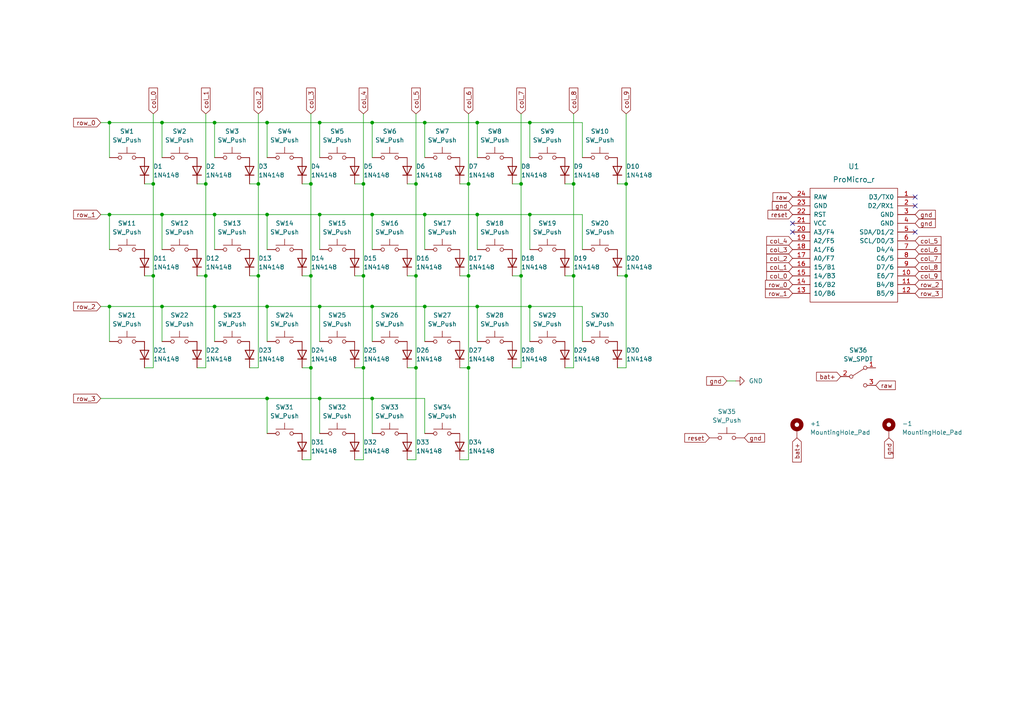
<source format=kicad_sch>
(kicad_sch (version 20210621) (generator eeschema)
  (paper "A4")
  (lib_symbols
    (symbol "Diode:1N4148" (pin_numbers hide) (pin_names (offset 1.016) hide)
      (property "Reference" "D" (at 0 2.54 0))
      (property "Value" "1N4148" (at 0 -2.54 0))
      (symbol "1N4148_0_1"
        (polyline (pts (xy -1.27 1.27) (xy -1.27 -1.27)) (stroke (width 0.254)))
        (polyline (pts (xy 1.27 0) (xy -1.27 0)))
        (polyline (pts (xy 1.27 1.27) (xy 1.27 -1.27) (xy -1.27 0) (xy 1.27 1.27)) (stroke (width 0.254)))
      )
      (symbol "1N4148_1_1"
        (pin passive line (at -3.81 0 0) (length 2.54) (name "K") (number "1"))
        (pin passive line (at 3.81 0 180) (length 2.54) (name "A") (number "2"))
      )
    )
    (symbol "Mechanical:MountingHole_Pad" (pin_numbers hide) (pin_names (offset 1.016) hide)
      (property "Reference" "H" (at 0 6.35 0))
      (property "Value" "MountingHole_Pad" (at 0 4.445 0))
      (symbol "MountingHole_Pad_0_1"
        (circle (center 0 1.27) (radius 1.27) (stroke (width 1.27)))
      )
      (symbol "MountingHole_Pad_1_1"
        (pin input line (at 0 -2.54 90) (length 2.54) (name "1") (number "1"))
      )
    )
    (symbol "Switch:SW_Push" (pin_numbers hide) (pin_names (offset 1.016) hide)
      (property "Reference" "SW" (at 1.27 2.54 0))
      (property "Value" "SW_Push" (at 0 -1.524 0))
      (symbol "SW_Push_0_1"
        (circle (center -2.032 0) (radius 0.508))
        (circle (center 2.032 0) (radius 0.508))
        (polyline (pts (xy 0 1.27) (xy 0 3.048)))
        (polyline (pts (xy 2.54 1.27) (xy -2.54 1.27)))
        (pin passive line (at -5.08 0 0) (length 2.54) (name "1") (number "1"))
        (pin passive line (at 5.08 0 180) (length 2.54) (name "2") (number "2"))
      )
    )
    (symbol "Switch:SW_SPDT" (pin_names (offset 0) hide)
      (property "Reference" "SW" (at 0 4.318 0))
      (property "Value" "SW_SPDT" (at 0 -5.08 0))
      (symbol "SW_SPDT_0_0"
        (circle (center -2.032 0) (radius 0.508))
        (circle (center 2.032 -2.54) (radius 0.508))
      )
      (symbol "SW_SPDT_0_1"
        (circle (center 2.032 2.54) (radius 0.508))
        (polyline (pts (xy -1.524 0.254) (xy 1.651 2.286)))
      )
      (symbol "SW_SPDT_1_1"
        (pin passive line (at 5.08 2.54 180) (length 2.54) (name "A") (number "1"))
        (pin passive line (at -5.08 0 0) (length 2.54) (name "B") (number "2"))
        (pin passive line (at 5.08 -2.54 180) (length 2.54) (name "C") (number "3"))
      )
    )
    (symbol "kbd:ProMicro_r" (pin_names (offset 1.016))
      (property "Reference" "U" (at 1.27 22.86 0))
      (property "Value" "ProMicro_r" (at 1.27 -15.24 0))
      (symbol "ProMicro_r_0_1"
        (rectangle (start 13.97 20.32) (end -11.43 -12.7))
      )
      (symbol "ProMicro_r_1_1"
        (pin bidirectional line (at 19.05 17.78 180) (length 5.08) (name "D3/TX0") (number "1"))
        (pin bidirectional line (at 19.05 -5.08 180) (length 5.08) (name "E6/7") (number "10"))
        (pin bidirectional line (at 19.05 -7.62 180) (length 5.08) (name "B4/8") (number "11"))
        (pin bidirectional line (at 19.05 -10.16 180) (length 5.08) (name "B5/9") (number "12"))
        (pin bidirectional line (at -16.51 -10.16 0) (length 5.08) (name "10/B6") (number "13"))
        (pin bidirectional line (at -16.51 -7.62 0) (length 5.08) (name "16/B2") (number "14"))
        (pin bidirectional line (at -16.51 -5.08 0) (length 5.08) (name "14/B3") (number "15"))
        (pin bidirectional line (at -16.51 -2.54 0) (length 5.08) (name "15/B1") (number "16"))
        (pin bidirectional line (at -16.51 0 0) (length 5.08) (name "A0/F7") (number "17"))
        (pin bidirectional line (at -16.51 2.54 0) (length 5.08) (name "A1/F6") (number "18"))
        (pin bidirectional line (at -16.51 5.08 0) (length 5.08) (name "A2/F5") (number "19"))
        (pin bidirectional line (at 19.05 15.24 180) (length 5.08) (name "D2/RX1") (number "2"))
        (pin bidirectional line (at -16.51 7.62 0) (length 5.08) (name "A3/F4") (number "20"))
        (pin power_in line (at -16.51 10.16 0) (length 5.08) (name "VCC") (number "21"))
        (pin input line (at -16.51 12.7 0) (length 5.08) (name "RST") (number "22"))
        (pin power_in line (at -16.51 15.24 0) (length 5.08) (name "GND") (number "23"))
        (pin power_out line (at -16.51 17.78 0) (length 5.08) (name "RAW") (number "24"))
        (pin power_in line (at 19.05 12.7 180) (length 5.08) (name "GND") (number "3"))
        (pin power_in line (at 19.05 10.16 180) (length 5.08) (name "GND") (number "4"))
        (pin bidirectional line (at 19.05 7.62 180) (length 5.08) (name "SDA/D1/2") (number "5"))
        (pin bidirectional line (at 19.05 5.08 180) (length 5.08) (name "SCL/D0/3") (number "6"))
        (pin bidirectional line (at 19.05 2.54 180) (length 5.08) (name "D4/4") (number "7"))
        (pin bidirectional line (at 19.05 0 180) (length 5.08) (name "C6/5") (number "8"))
        (pin bidirectional line (at 19.05 -2.54 180) (length 5.08) (name "D7/6") (number "9"))
      )
    )
    (symbol "power:GND" (power) (pin_names (offset 0))
      (property "Value" "GND" (at 0 -3.81 0))
      (symbol "GND_0_1"
        (polyline (pts (xy 0 0) (xy 0 -1.27) (xy 1.27 -1.27) (xy 0 -2.54) (xy -1.27 -1.27) (xy 0 -1.27)))
      )
      (symbol "GND_1_1"
        (pin power_in line (at 0 0 270) (length 0) hide (name "GND") (number "1"))
      )
    )
  )
  (junction (at 31.75 35.56))
  (junction (at 31.75 62.23))
  (junction (at 31.75 88.9))
  (junction (at 44.45 53.34))
  (junction (at 44.45 80.01))
  (junction (at 46.99 35.56))
  (junction (at 46.99 62.23))
  (junction (at 46.99 88.9))
  (junction (at 59.69 53.34))
  (junction (at 59.69 80.01))
  (junction (at 62.23 35.56))
  (junction (at 62.23 62.23))
  (junction (at 62.23 88.9))
  (junction (at 74.93 53.34))
  (junction (at 74.93 80.01))
  (junction (at 77.47 35.56))
  (junction (at 77.47 62.23))
  (junction (at 77.47 88.9))
  (junction (at 77.47 115.57))
  (junction (at 90.17 53.34))
  (junction (at 90.17 80.01))
  (junction (at 90.17 106.68))
  (junction (at 92.71 35.56))
  (junction (at 92.71 62.23))
  (junction (at 92.71 88.9))
  (junction (at 92.71 115.57))
  (junction (at 105.41 53.34))
  (junction (at 105.41 80.01))
  (junction (at 105.41 106.68))
  (junction (at 107.95 35.56))
  (junction (at 107.95 62.23))
  (junction (at 107.95 88.9))
  (junction (at 107.95 115.57))
  (junction (at 120.65 53.34))
  (junction (at 120.65 80.01))
  (junction (at 120.65 106.68))
  (junction (at 123.19 35.56))
  (junction (at 123.19 62.23))
  (junction (at 123.19 88.9))
  (junction (at 135.89 53.34))
  (junction (at 135.89 80.01))
  (junction (at 135.89 106.68))
  (junction (at 138.43 35.56))
  (junction (at 138.43 62.23))
  (junction (at 138.43 88.9))
  (junction (at 151.13 53.34))
  (junction (at 151.13 80.01))
  (junction (at 153.67 35.56))
  (junction (at 153.67 62.23))
  (junction (at 153.67 88.9))
  (junction (at 166.37 53.34))
  (junction (at 166.37 80.01))
  (junction (at 181.61 53.34))
  (junction (at 181.61 80.01))
  (no_connect (at 229.87 64.77))
  (no_connect (at 229.87 67.31))
  (no_connect (at 265.43 57.15))
  (no_connect (at 265.43 59.69))
  (no_connect (at 265.43 67.31))
  (wire (pts (xy 29.21 35.56) (xy 31.75 35.56)))
  (wire (pts (xy 29.21 62.23) (xy 31.75 62.23)))
  (wire (pts (xy 29.21 88.9) (xy 31.75 88.9)))
  (wire (pts (xy 29.21 115.57) (xy 77.47 115.57)))
  (wire (pts (xy 31.75 35.56) (xy 46.99 35.56)))
  (wire (pts (xy 31.75 45.72) (xy 31.75 35.56)))
  (wire (pts (xy 31.75 62.23) (xy 46.99 62.23)))
  (wire (pts (xy 31.75 72.39) (xy 31.75 62.23)))
  (wire (pts (xy 31.75 88.9) (xy 46.99 88.9)))
  (wire (pts (xy 31.75 99.06) (xy 31.75 88.9)))
  (wire (pts (xy 41.91 106.68) (xy 44.45 106.68)))
  (wire (pts (xy 44.45 33.02) (xy 44.45 53.34)))
  (wire (pts (xy 44.45 53.34) (xy 41.91 53.34)))
  (wire (pts (xy 44.45 80.01) (xy 41.91 80.01)))
  (wire (pts (xy 44.45 80.01) (xy 44.45 53.34)))
  (wire (pts (xy 44.45 106.68) (xy 44.45 80.01)))
  (wire (pts (xy 46.99 35.56) (xy 46.99 45.72)))
  (wire (pts (xy 46.99 35.56) (xy 62.23 35.56)))
  (wire (pts (xy 46.99 62.23) (xy 46.99 72.39)))
  (wire (pts (xy 46.99 62.23) (xy 62.23 62.23)))
  (wire (pts (xy 46.99 88.9) (xy 46.99 99.06)))
  (wire (pts (xy 46.99 88.9) (xy 62.23 88.9)))
  (wire (pts (xy 57.15 53.34) (xy 59.69 53.34)))
  (wire (pts (xy 59.69 33.02) (xy 59.69 53.34)))
  (wire (pts (xy 59.69 53.34) (xy 59.69 80.01)))
  (wire (pts (xy 59.69 80.01) (xy 57.15 80.01)))
  (wire (pts (xy 59.69 80.01) (xy 59.69 106.68)))
  (wire (pts (xy 59.69 106.68) (xy 57.15 106.68)))
  (wire (pts (xy 62.23 35.56) (xy 62.23 45.72)))
  (wire (pts (xy 62.23 35.56) (xy 77.47 35.56)))
  (wire (pts (xy 62.23 62.23) (xy 62.23 72.39)))
  (wire (pts (xy 62.23 62.23) (xy 77.47 62.23)))
  (wire (pts (xy 62.23 88.9) (xy 62.23 99.06)))
  (wire (pts (xy 62.23 88.9) (xy 77.47 88.9)))
  (wire (pts (xy 72.39 106.68) (xy 74.93 106.68)))
  (wire (pts (xy 74.93 33.02) (xy 74.93 53.34)))
  (wire (pts (xy 74.93 53.34) (xy 72.39 53.34)))
  (wire (pts (xy 74.93 80.01) (xy 72.39 80.01)))
  (wire (pts (xy 74.93 80.01) (xy 74.93 53.34)))
  (wire (pts (xy 74.93 106.68) (xy 74.93 80.01)))
  (wire (pts (xy 77.47 35.56) (xy 77.47 45.72)))
  (wire (pts (xy 77.47 35.56) (xy 92.71 35.56)))
  (wire (pts (xy 77.47 62.23) (xy 77.47 72.39)))
  (wire (pts (xy 77.47 62.23) (xy 92.71 62.23)))
  (wire (pts (xy 77.47 88.9) (xy 77.47 99.06)))
  (wire (pts (xy 77.47 88.9) (xy 92.71 88.9)))
  (wire (pts (xy 77.47 115.57) (xy 92.71 115.57)))
  (wire (pts (xy 77.47 125.73) (xy 77.47 115.57)))
  (wire (pts (xy 87.63 133.35) (xy 90.17 133.35)))
  (wire (pts (xy 90.17 33.02) (xy 90.17 53.34)))
  (wire (pts (xy 90.17 53.34) (xy 87.63 53.34)))
  (wire (pts (xy 90.17 80.01) (xy 87.63 80.01)))
  (wire (pts (xy 90.17 80.01) (xy 90.17 53.34)))
  (wire (pts (xy 90.17 106.68) (xy 87.63 106.68)))
  (wire (pts (xy 90.17 106.68) (xy 90.17 80.01)))
  (wire (pts (xy 90.17 133.35) (xy 90.17 106.68)))
  (wire (pts (xy 92.71 35.56) (xy 92.71 45.72)))
  (wire (pts (xy 92.71 35.56) (xy 107.95 35.56)))
  (wire (pts (xy 92.71 62.23) (xy 92.71 72.39)))
  (wire (pts (xy 92.71 62.23) (xy 107.95 62.23)))
  (wire (pts (xy 92.71 88.9) (xy 92.71 99.06)))
  (wire (pts (xy 92.71 88.9) (xy 107.95 88.9)))
  (wire (pts (xy 92.71 115.57) (xy 92.71 125.73)))
  (wire (pts (xy 92.71 115.57) (xy 107.95 115.57)))
  (wire (pts (xy 102.87 53.34) (xy 105.41 53.34)))
  (wire (pts (xy 105.41 33.02) (xy 105.41 53.34)))
  (wire (pts (xy 105.41 53.34) (xy 105.41 80.01)))
  (wire (pts (xy 105.41 80.01) (xy 102.87 80.01)))
  (wire (pts (xy 105.41 80.01) (xy 105.41 106.68)))
  (wire (pts (xy 105.41 106.68) (xy 102.87 106.68)))
  (wire (pts (xy 105.41 106.68) (xy 105.41 133.35)))
  (wire (pts (xy 105.41 133.35) (xy 102.87 133.35)))
  (wire (pts (xy 107.95 35.56) (xy 107.95 45.72)))
  (wire (pts (xy 107.95 35.56) (xy 123.19 35.56)))
  (wire (pts (xy 107.95 62.23) (xy 107.95 72.39)))
  (wire (pts (xy 107.95 62.23) (xy 123.19 62.23)))
  (wire (pts (xy 107.95 88.9) (xy 107.95 99.06)))
  (wire (pts (xy 107.95 88.9) (xy 123.19 88.9)))
  (wire (pts (xy 107.95 115.57) (xy 107.95 125.73)))
  (wire (pts (xy 107.95 115.57) (xy 123.19 115.57)))
  (wire (pts (xy 118.11 133.35) (xy 120.65 133.35)))
  (wire (pts (xy 120.65 33.02) (xy 120.65 53.34)))
  (wire (pts (xy 120.65 53.34) (xy 118.11 53.34)))
  (wire (pts (xy 120.65 80.01) (xy 118.11 80.01)))
  (wire (pts (xy 120.65 80.01) (xy 120.65 53.34)))
  (wire (pts (xy 120.65 106.68) (xy 118.11 106.68)))
  (wire (pts (xy 120.65 106.68) (xy 120.65 80.01)))
  (wire (pts (xy 120.65 133.35) (xy 120.65 106.68)))
  (wire (pts (xy 123.19 35.56) (xy 123.19 45.72)))
  (wire (pts (xy 123.19 35.56) (xy 138.43 35.56)))
  (wire (pts (xy 123.19 62.23) (xy 123.19 72.39)))
  (wire (pts (xy 123.19 62.23) (xy 138.43 62.23)))
  (wire (pts (xy 123.19 88.9) (xy 123.19 99.06)))
  (wire (pts (xy 123.19 88.9) (xy 138.43 88.9)))
  (wire (pts (xy 123.19 115.57) (xy 123.19 125.73)))
  (wire (pts (xy 133.35 53.34) (xy 135.89 53.34)))
  (wire (pts (xy 135.89 33.02) (xy 135.89 53.34)))
  (wire (pts (xy 135.89 53.34) (xy 135.89 80.01)))
  (wire (pts (xy 135.89 80.01) (xy 133.35 80.01)))
  (wire (pts (xy 135.89 80.01) (xy 135.89 106.68)))
  (wire (pts (xy 135.89 106.68) (xy 133.35 106.68)))
  (wire (pts (xy 135.89 106.68) (xy 135.89 133.35)))
  (wire (pts (xy 135.89 133.35) (xy 133.35 133.35)))
  (wire (pts (xy 138.43 35.56) (xy 138.43 45.72)))
  (wire (pts (xy 138.43 35.56) (xy 153.67 35.56)))
  (wire (pts (xy 138.43 62.23) (xy 138.43 72.39)))
  (wire (pts (xy 138.43 62.23) (xy 153.67 62.23)))
  (wire (pts (xy 138.43 88.9) (xy 138.43 99.06)))
  (wire (pts (xy 138.43 88.9) (xy 153.67 88.9)))
  (wire (pts (xy 148.59 53.34) (xy 151.13 53.34)))
  (wire (pts (xy 151.13 33.02) (xy 151.13 53.34)))
  (wire (pts (xy 151.13 53.34) (xy 151.13 80.01)))
  (wire (pts (xy 151.13 80.01) (xy 148.59 80.01)))
  (wire (pts (xy 151.13 80.01) (xy 151.13 106.68)))
  (wire (pts (xy 151.13 106.68) (xy 148.59 106.68)))
  (wire (pts (xy 153.67 35.56) (xy 153.67 45.72)))
  (wire (pts (xy 153.67 35.56) (xy 168.91 35.56)))
  (wire (pts (xy 153.67 62.23) (xy 153.67 72.39)))
  (wire (pts (xy 153.67 62.23) (xy 168.91 62.23)))
  (wire (pts (xy 153.67 88.9) (xy 153.67 99.06)))
  (wire (pts (xy 153.67 88.9) (xy 168.91 88.9)))
  (wire (pts (xy 163.83 53.34) (xy 166.37 53.34)))
  (wire (pts (xy 166.37 33.02) (xy 166.37 53.34)))
  (wire (pts (xy 166.37 53.34) (xy 166.37 80.01)))
  (wire (pts (xy 166.37 80.01) (xy 163.83 80.01)))
  (wire (pts (xy 166.37 80.01) (xy 166.37 106.68)))
  (wire (pts (xy 166.37 106.68) (xy 163.83 106.68)))
  (wire (pts (xy 168.91 35.56) (xy 168.91 45.72)))
  (wire (pts (xy 168.91 62.23) (xy 168.91 72.39)))
  (wire (pts (xy 168.91 88.9) (xy 168.91 99.06)))
  (wire (pts (xy 179.07 53.34) (xy 181.61 53.34)))
  (wire (pts (xy 181.61 33.02) (xy 181.61 53.34)))
  (wire (pts (xy 181.61 53.34) (xy 181.61 80.01)))
  (wire (pts (xy 181.61 80.01) (xy 179.07 80.01)))
  (wire (pts (xy 181.61 80.01) (xy 181.61 106.68)))
  (wire (pts (xy 181.61 106.68) (xy 179.07 106.68)))
  (wire (pts (xy 210.82 110.49) (xy 213.36 110.49)))
  (global_label "row_0" (shape input) (at 29.21 35.56 180) (property "Intersheet References" "${INTERSHEET_REFS}" (effects hide)))
  (global_label "row_1" (shape input) (at 29.21 62.23 180) (property "Intersheet References" "${INTERSHEET_REFS}" (effects hide)))
  (global_label "row_2" (shape input) (at 29.21 88.9 180) (property "Intersheet References" "${INTERSHEET_REFS}" (effects hide)))
  (global_label "row_3" (shape input) (at 29.21 115.57 180) (property "Intersheet References" "${INTERSHEET_REFS}" (effects hide)))
  (global_label "col_0" (shape input) (at 44.45 33.02 90) (property "Intersheet References" "${INTERSHEET_REFS}" (effects hide)))
  (global_label "col_1" (shape input) (at 59.69 33.02 90) (property "Intersheet References" "${INTERSHEET_REFS}" (effects hide)))
  (global_label "col_2" (shape input) (at 74.93 33.02 90) (property "Intersheet References" "${INTERSHEET_REFS}" (effects hide)))
  (global_label "col_3" (shape input) (at 90.17 33.02 90) (property "Intersheet References" "${INTERSHEET_REFS}" (effects hide)))
  (global_label "col_4" (shape input) (at 105.41 33.02 90) (property "Intersheet References" "${INTERSHEET_REFS}" (effects hide)))
  (global_label "col_5" (shape input) (at 120.65 33.02 90) (property "Intersheet References" "${INTERSHEET_REFS}" (effects hide)))
  (global_label "col_6" (shape input) (at 135.89 33.02 90) (property "Intersheet References" "${INTERSHEET_REFS}" (effects hide)))
  (global_label "col_7" (shape input) (at 151.13 33.02 90) (property "Intersheet References" "${INTERSHEET_REFS}" (effects hide)))
  (global_label "col_8" (shape input) (at 166.37 33.02 90) (property "Intersheet References" "${INTERSHEET_REFS}" (effects hide)))
  (global_label "col_9" (shape input) (at 181.61 33.02 90) (property "Intersheet References" "${INTERSHEET_REFS}" (effects hide)))
  (global_label "reset" (shape input) (at 205.74 127 180) (property "Intersheet References" "${INTERSHEET_REFS}" (effects hide)))
  (global_label "gnd" (shape input) (at 210.82 110.49 180) (property "Intersheet References" "${INTERSHEET_REFS}" (effects hide)))
  (global_label "gnd" (shape input) (at 215.9 127 0) (property "Intersheet References" "${INTERSHEET_REFS}" (effects hide)))
  (global_label "raw" (shape input) (at 229.87 57.15 180) (property "Intersheet References" "${INTERSHEET_REFS}" (effects hide)))
  (global_label "gnd" (shape input) (at 229.87 59.69 180) (property "Intersheet References" "${INTERSHEET_REFS}" (effects hide)))
  (global_label "reset" (shape input) (at 229.87 62.23 180) (property "Intersheet References" "${INTERSHEET_REFS}" (effects hide)))
  (global_label "col_4" (shape input) (at 229.87 69.85 180) (property "Intersheet References" "${INTERSHEET_REFS}" (effects hide)))
  (global_label "col_3" (shape input) (at 229.87 72.39 180) (property "Intersheet References" "${INTERSHEET_REFS}" (effects hide)))
  (global_label "col_2" (shape input) (at 229.87 74.93 180) (property "Intersheet References" "${INTERSHEET_REFS}" (effects hide)))
  (global_label "col_1" (shape input) (at 229.87 77.47 180) (property "Intersheet References" "${INTERSHEET_REFS}" (effects hide)))
  (global_label "col_0" (shape input) (at 229.87 80.01 180) (property "Intersheet References" "${INTERSHEET_REFS}" (effects hide)))
  (global_label "row_0" (shape input) (at 229.87 82.55 180) (property "Intersheet References" "${INTERSHEET_REFS}" (effects hide)))
  (global_label "row_1" (shape input) (at 229.87 85.09 180) (property "Intersheet References" "${INTERSHEET_REFS}" (effects hide)))
  (global_label "bat+" (shape input) (at 231.14 127 270) (property "Intersheet References" "${INTERSHEET_REFS}" (effects hide)))
  (global_label "bat+" (shape input) (at 243.84 109.22 180) (property "Intersheet References" "${INTERSHEET_REFS}" (effects hide)))
  (global_label "raw" (shape input) (at 254 111.76 0) (property "Intersheet References" "${INTERSHEET_REFS}" (effects hide)))
  (global_label "gnd" (shape input) (at 257.81 127 270) (property "Intersheet References" "${INTERSHEET_REFS}" (effects hide)))
  (global_label "gnd" (shape input) (at 265.43 62.23 0) (property "Intersheet References" "${INTERSHEET_REFS}" (effects hide)))
  (global_label "gnd" (shape input) (at 265.43 64.77 0) (property "Intersheet References" "${INTERSHEET_REFS}" (effects hide)))
  (global_label "col_5" (shape input) (at 265.43 69.85 0) (property "Intersheet References" "${INTERSHEET_REFS}" (effects hide)))
  (global_label "col_6" (shape input) (at 265.43 72.39 0) (property "Intersheet References" "${INTERSHEET_REFS}" (effects hide)))
  (global_label "col_7" (shape input) (at 265.43 74.93 0) (property "Intersheet References" "${INTERSHEET_REFS}" (effects hide)))
  (global_label "col_8" (shape input) (at 265.43 77.47 0) (property "Intersheet References" "${INTERSHEET_REFS}" (effects hide)))
  (global_label "col_9" (shape input) (at 265.43 80.01 0) (property "Intersheet References" "${INTERSHEET_REFS}" (effects hide)))
  (global_label "row_2" (shape input) (at 265.43 82.55 0) (property "Intersheet References" "${INTERSHEET_REFS}" (effects hide)))
  (global_label "row_3" (shape input) (at 265.43 85.09 0) (property "Intersheet References" "${INTERSHEET_REFS}" (effects hide)))
  (symbol (lib_id "power:GND") (at 213.36 110.49 90) (unit 1)
    (property "Reference" "#PWR0101" (effects hide))
    (property "Value" "GND" (at 217.17 110.4899 90) (effects (justify right)))
  )
  (symbol (lib_id "Diode:1N4148") (at 41.91 49.53 90) (unit 1)
    (property "Reference" "D1" (at 44.45 48.2599 90) (effects (justify right)))
    (property "Value" "1N4148" (at 44.45 50.7999 90) (effects (justify right)))
    (property "Footprint" "Diode_SMD:D_SOD-123" (effects hide))
    (property "Datasheet" "https://assets.nexperia.com/documents/data-sheet/1N4148_1N4448.pdf" (effects hide))
  )
  (symbol (lib_id "Diode:1N4148") (at 41.91 76.2 90) (unit 1)
    (property "Reference" "D11" (at 44.45 74.9299 90) (effects (justify right)))
    (property "Value" "1N4148" (at 44.45 77.4699 90) (effects (justify right)))
    (property "Footprint" "Diode_SMD:D_SOD-123" (effects hide))
    (property "Datasheet" "https://assets.nexperia.com/documents/data-sheet/1N4148_1N4448.pdf" (effects hide))
  )
  (symbol (lib_id "Diode:1N4148") (at 41.91 102.87 90) (unit 1)
    (property "Reference" "D21" (at 44.45 101.5999 90) (effects (justify right)))
    (property "Value" "1N4148" (at 44.45 104.1399 90) (effects (justify right)))
    (property "Footprint" "Diode_SMD:D_SOD-123" (effects hide))
    (property "Datasheet" "https://assets.nexperia.com/documents/data-sheet/1N4148_1N4448.pdf" (effects hide))
  )
  (symbol (lib_id "Diode:1N4148") (at 57.15 49.53 90) (unit 1)
    (property "Reference" "D2" (at 59.69 48.2599 90) (effects (justify right)))
    (property "Value" "1N4148" (at 59.69 50.7999 90) (effects (justify right)))
    (property "Footprint" "Diode_SMD:D_SOD-123" (effects hide))
    (property "Datasheet" "https://assets.nexperia.com/documents/data-sheet/1N4148_1N4448.pdf" (effects hide))
  )
  (symbol (lib_id "Diode:1N4148") (at 57.15 76.2 90) (unit 1)
    (property "Reference" "D12" (at 59.69 74.9299 90) (effects (justify right)))
    (property "Value" "1N4148" (at 59.69 77.4699 90) (effects (justify right)))
    (property "Footprint" "Diode_SMD:D_SOD-123" (effects hide))
    (property "Datasheet" "https://assets.nexperia.com/documents/data-sheet/1N4148_1N4448.pdf" (effects hide))
  )
  (symbol (lib_id "Diode:1N4148") (at 57.15 102.87 90) (unit 1)
    (property "Reference" "D22" (at 59.69 101.5999 90) (effects (justify right)))
    (property "Value" "1N4148" (at 59.69 104.1399 90) (effects (justify right)))
    (property "Footprint" "Diode_SMD:D_SOD-123" (effects hide))
    (property "Datasheet" "https://assets.nexperia.com/documents/data-sheet/1N4148_1N4448.pdf" (effects hide))
  )
  (symbol (lib_id "Diode:1N4148") (at 72.39 49.53 90) (unit 1)
    (property "Reference" "D3" (at 74.93 48.2599 90) (effects (justify right)))
    (property "Value" "1N4148" (at 74.93 50.7999 90) (effects (justify right)))
    (property "Footprint" "Diode_SMD:D_SOD-123" (effects hide))
    (property "Datasheet" "https://assets.nexperia.com/documents/data-sheet/1N4148_1N4448.pdf" (effects hide))
  )
  (symbol (lib_id "Diode:1N4148") (at 72.39 76.2 90) (unit 1)
    (property "Reference" "D13" (at 74.93 74.9299 90) (effects (justify right)))
    (property "Value" "1N4148" (at 74.93 77.4699 90) (effects (justify right)))
    (property "Footprint" "Diode_SMD:D_SOD-123" (effects hide))
    (property "Datasheet" "https://assets.nexperia.com/documents/data-sheet/1N4148_1N4448.pdf" (effects hide))
  )
  (symbol (lib_id "Diode:1N4148") (at 72.39 102.87 90) (unit 1)
    (property "Reference" "D23" (at 74.93 101.5999 90) (effects (justify right)))
    (property "Value" "1N4148" (at 74.93 104.1399 90) (effects (justify right)))
    (property "Footprint" "Diode_SMD:D_SOD-123" (effects hide))
    (property "Datasheet" "https://assets.nexperia.com/documents/data-sheet/1N4148_1N4448.pdf" (effects hide))
  )
  (symbol (lib_id "Diode:1N4148") (at 87.63 49.53 90) (unit 1)
    (property "Reference" "D4" (at 90.17 48.2599 90) (effects (justify right)))
    (property "Value" "1N4148" (at 90.17 50.7999 90) (effects (justify right)))
    (property "Footprint" "Diode_SMD:D_SOD-123" (effects hide))
    (property "Datasheet" "https://assets.nexperia.com/documents/data-sheet/1N4148_1N4448.pdf" (effects hide))
  )
  (symbol (lib_id "Diode:1N4148") (at 87.63 76.2 90) (unit 1)
    (property "Reference" "D14" (at 90.17 74.9299 90) (effects (justify right)))
    (property "Value" "1N4148" (at 90.17 77.4699 90) (effects (justify right)))
    (property "Footprint" "Diode_SMD:D_SOD-123" (effects hide))
    (property "Datasheet" "https://assets.nexperia.com/documents/data-sheet/1N4148_1N4448.pdf" (effects hide))
  )
  (symbol (lib_id "Diode:1N4148") (at 87.63 102.87 90) (unit 1)
    (property "Reference" "D24" (at 90.17 101.5999 90) (effects (justify right)))
    (property "Value" "1N4148" (at 90.17 104.1399 90) (effects (justify right)))
    (property "Footprint" "Diode_SMD:D_SOD-123" (effects hide))
    (property "Datasheet" "https://assets.nexperia.com/documents/data-sheet/1N4148_1N4448.pdf" (effects hide))
  )
  (symbol (lib_id "Diode:1N4148") (at 87.63 129.54 90) (unit 1)
    (property "Reference" "D31" (at 90.17 128.2699 90) (effects (justify right)))
    (property "Value" "1N4148" (at 90.17 130.8099 90) (effects (justify right)))
    (property "Footprint" "Diode_SMD:D_SOD-123" (effects hide))
    (property "Datasheet" "https://assets.nexperia.com/documents/data-sheet/1N4148_1N4448.pdf" (effects hide))
  )
  (symbol (lib_id "Diode:1N4148") (at 102.87 49.53 90) (unit 1)
    (property "Reference" "D5" (at 105.41 48.2599 90) (effects (justify right)))
    (property "Value" "1N4148" (at 105.41 50.7999 90) (effects (justify right)))
    (property "Footprint" "Diode_SMD:D_SOD-123" (effects hide))
    (property "Datasheet" "https://assets.nexperia.com/documents/data-sheet/1N4148_1N4448.pdf" (effects hide))
  )
  (symbol (lib_id "Diode:1N4148") (at 102.87 76.2 90) (unit 1)
    (property "Reference" "D15" (at 105.41 74.9299 90) (effects (justify right)))
    (property "Value" "1N4148" (at 105.41 77.4699 90) (effects (justify right)))
    (property "Footprint" "Diode_SMD:D_SOD-123" (effects hide))
    (property "Datasheet" "https://assets.nexperia.com/documents/data-sheet/1N4148_1N4448.pdf" (effects hide))
  )
  (symbol (lib_id "Diode:1N4148") (at 102.87 102.87 90) (unit 1)
    (property "Reference" "D25" (at 105.41 101.5999 90) (effects (justify right)))
    (property "Value" "1N4148" (at 105.41 104.1399 90) (effects (justify right)))
    (property "Footprint" "Diode_SMD:D_SOD-123" (effects hide))
    (property "Datasheet" "https://assets.nexperia.com/documents/data-sheet/1N4148_1N4448.pdf" (effects hide))
  )
  (symbol (lib_id "Diode:1N4148") (at 102.87 129.54 90) (unit 1)
    (property "Reference" "D32" (at 105.41 128.2699 90) (effects (justify right)))
    (property "Value" "1N4148" (at 105.41 130.8099 90) (effects (justify right)))
    (property "Footprint" "Diode_SMD:D_SOD-123" (effects hide))
    (property "Datasheet" "https://assets.nexperia.com/documents/data-sheet/1N4148_1N4448.pdf" (effects hide))
  )
  (symbol (lib_id "Diode:1N4148") (at 118.11 49.53 90) (unit 1)
    (property "Reference" "D6" (at 120.65 48.2599 90) (effects (justify right)))
    (property "Value" "1N4148" (at 120.65 50.7999 90) (effects (justify right)))
    (property "Footprint" "Diode_SMD:D_SOD-123" (effects hide))
    (property "Datasheet" "https://assets.nexperia.com/documents/data-sheet/1N4148_1N4448.pdf" (effects hide))
  )
  (symbol (lib_id "Diode:1N4148") (at 118.11 76.2 90) (unit 1)
    (property "Reference" "D16" (at 120.65 74.9299 90) (effects (justify right)))
    (property "Value" "1N4148" (at 120.65 77.4699 90) (effects (justify right)))
    (property "Footprint" "Diode_SMD:D_SOD-123" (effects hide))
    (property "Datasheet" "https://assets.nexperia.com/documents/data-sheet/1N4148_1N4448.pdf" (effects hide))
  )
  (symbol (lib_id "Diode:1N4148") (at 118.11 102.87 90) (unit 1)
    (property "Reference" "D26" (at 120.65 101.5999 90) (effects (justify right)))
    (property "Value" "1N4148" (at 120.65 104.1399 90) (effects (justify right)))
    (property "Footprint" "Diode_SMD:D_SOD-123" (effects hide))
    (property "Datasheet" "https://assets.nexperia.com/documents/data-sheet/1N4148_1N4448.pdf" (effects hide))
  )
  (symbol (lib_id "Diode:1N4148") (at 118.11 129.54 90) (unit 1)
    (property "Reference" "D33" (at 120.65 128.2699 90) (effects (justify right)))
    (property "Value" "1N4148" (at 120.65 130.8099 90) (effects (justify right)))
    (property "Footprint" "Diode_SMD:D_SOD-123" (effects hide))
    (property "Datasheet" "https://assets.nexperia.com/documents/data-sheet/1N4148_1N4448.pdf" (effects hide))
  )
  (symbol (lib_id "Diode:1N4148") (at 133.35 49.53 90) (unit 1)
    (property "Reference" "D7" (at 135.89 48.2599 90) (effects (justify right)))
    (property "Value" "1N4148" (at 135.89 50.7999 90) (effects (justify right)))
    (property "Footprint" "Diode_SMD:D_SOD-123" (effects hide))
    (property "Datasheet" "https://assets.nexperia.com/documents/data-sheet/1N4148_1N4448.pdf" (effects hide))
  )
  (symbol (lib_id "Diode:1N4148") (at 133.35 76.2 90) (unit 1)
    (property "Reference" "D17" (at 135.89 74.9299 90) (effects (justify right)))
    (property "Value" "1N4148" (at 135.89 77.4699 90) (effects (justify right)))
    (property "Footprint" "Diode_SMD:D_SOD-123" (effects hide))
    (property "Datasheet" "https://assets.nexperia.com/documents/data-sheet/1N4148_1N4448.pdf" (effects hide))
  )
  (symbol (lib_id "Diode:1N4148") (at 133.35 102.87 90) (unit 1)
    (property "Reference" "D27" (at 135.89 101.5999 90) (effects (justify right)))
    (property "Value" "1N4148" (at 135.89 104.1399 90) (effects (justify right)))
    (property "Footprint" "Diode_SMD:D_SOD-123" (effects hide))
    (property "Datasheet" "https://assets.nexperia.com/documents/data-sheet/1N4148_1N4448.pdf" (effects hide))
  )
  (symbol (lib_id "Diode:1N4148") (at 133.35 129.54 90) (unit 1)
    (property "Reference" "D34" (at 135.89 128.2699 90) (effects (justify right)))
    (property "Value" "1N4148" (at 135.89 130.8099 90) (effects (justify right)))
    (property "Footprint" "Diode_SMD:D_SOD-123" (effects hide))
    (property "Datasheet" "https://assets.nexperia.com/documents/data-sheet/1N4148_1N4448.pdf" (effects hide))
  )
  (symbol (lib_id "Diode:1N4148") (at 148.59 49.53 90) (unit 1)
    (property "Reference" "D8" (at 151.13 48.2599 90) (effects (justify right)))
    (property "Value" "1N4148" (at 151.13 50.7999 90) (effects (justify right)))
    (property "Footprint" "Diode_SMD:D_SOD-123" (effects hide))
    (property "Datasheet" "https://assets.nexperia.com/documents/data-sheet/1N4148_1N4448.pdf" (effects hide))
  )
  (symbol (lib_id "Diode:1N4148") (at 148.59 76.2 90) (unit 1)
    (property "Reference" "D18" (at 151.13 74.9299 90) (effects (justify right)))
    (property "Value" "1N4148" (at 151.13 77.4699 90) (effects (justify right)))
    (property "Footprint" "Diode_SMD:D_SOD-123" (effects hide))
    (property "Datasheet" "https://assets.nexperia.com/documents/data-sheet/1N4148_1N4448.pdf" (effects hide))
  )
  (symbol (lib_id "Diode:1N4148") (at 148.59 102.87 90) (unit 1)
    (property "Reference" "D28" (at 151.13 101.5999 90) (effects (justify right)))
    (property "Value" "1N4148" (at 151.13 104.1399 90) (effects (justify right)))
    (property "Footprint" "Diode_SMD:D_SOD-123" (effects hide))
    (property "Datasheet" "https://assets.nexperia.com/documents/data-sheet/1N4148_1N4448.pdf" (effects hide))
  )
  (symbol (lib_id "Diode:1N4148") (at 163.83 49.53 90) (unit 1)
    (property "Reference" "D9" (at 166.37 48.2599 90) (effects (justify right)))
    (property "Value" "1N4148" (at 166.37 50.7999 90) (effects (justify right)))
    (property "Footprint" "Diode_SMD:D_SOD-123" (effects hide))
    (property "Datasheet" "https://assets.nexperia.com/documents/data-sheet/1N4148_1N4448.pdf" (effects hide))
  )
  (symbol (lib_id "Diode:1N4148") (at 163.83 76.2 90) (unit 1)
    (property "Reference" "D19" (at 166.37 74.9299 90) (effects (justify right)))
    (property "Value" "1N4148" (at 166.37 77.4699 90) (effects (justify right)))
    (property "Footprint" "Diode_SMD:D_SOD-123" (effects hide))
    (property "Datasheet" "https://assets.nexperia.com/documents/data-sheet/1N4148_1N4448.pdf" (effects hide))
  )
  (symbol (lib_id "Diode:1N4148") (at 163.83 102.87 90) (unit 1)
    (property "Reference" "D29" (at 166.37 101.5999 90) (effects (justify right)))
    (property "Value" "1N4148" (at 166.37 104.1399 90) (effects (justify right)))
    (property "Footprint" "Diode_SMD:D_SOD-123" (effects hide))
    (property "Datasheet" "https://assets.nexperia.com/documents/data-sheet/1N4148_1N4448.pdf" (effects hide))
  )
  (symbol (lib_id "Diode:1N4148") (at 179.07 49.53 90) (unit 1)
    (property "Reference" "D10" (at 181.61 48.2599 90) (effects (justify right)))
    (property "Value" "1N4148" (at 181.61 50.7999 90) (effects (justify right)))
    (property "Footprint" "Diode_SMD:D_SOD-123" (effects hide))
    (property "Datasheet" "https://assets.nexperia.com/documents/data-sheet/1N4148_1N4448.pdf" (effects hide))
  )
  (symbol (lib_id "Diode:1N4148") (at 179.07 76.2 90) (unit 1)
    (property "Reference" "D20" (at 181.61 74.9299 90) (effects (justify right)))
    (property "Value" "1N4148" (at 181.61 77.4699 90) (effects (justify right)))
    (property "Footprint" "Diode_SMD:D_SOD-123" (effects hide))
    (property "Datasheet" "https://assets.nexperia.com/documents/data-sheet/1N4148_1N4448.pdf" (effects hide))
  )
  (symbol (lib_id "Diode:1N4148") (at 179.07 102.87 90) (unit 1)
    (property "Reference" "D30" (at 181.61 101.5999 90) (effects (justify right)))
    (property "Value" "1N4148" (at 181.61 104.1399 90) (effects (justify right)))
    (property "Footprint" "Diode_SMD:D_SOD-123" (effects hide))
    (property "Datasheet" "https://assets.nexperia.com/documents/data-sheet/1N4148_1N4448.pdf" (effects hide))
  )
  (symbol (lib_id "Mechanical:MountingHole_Pad") (at 231.14 124.46 0) (unit 1)
    (property "Reference" "+1" (at 234.95 122.8724 0) (effects (justify left)))
    (property "Value" "MountingHole_Pad" (at 234.95 125.4124 0) (effects (justify left)))
    (property "Footprint" "kbd:1pin_conn" (effects hide))
  )
  (symbol (lib_id "Mechanical:MountingHole_Pad") (at 257.81 124.46 0) (unit 1)
    (property "Reference" "-1" (at 261.62 122.8724 0) (effects (justify left)))
    (property "Value" "MountingHole_Pad" (at 261.62 125.4124 0) (effects (justify left)))
    (property "Footprint" "kbd:1pin_conn" (effects hide))
  )
  (symbol (lib_id "Switch:SW_Push") (at 36.83 45.72 0) (unit 1)
    (property "Reference" "SW1" (at 36.83 38.1 0))
    (property "Value" "SW_Push" (at 36.83 40.64 0))
    (property "Footprint" "keyswitches:Kailh_socket_PG1350_optional" (effects hide))
  )
  (symbol (lib_id "Switch:SW_Push") (at 36.83 72.39 0) (unit 1)
    (property "Reference" "SW11" (at 36.83 64.77 0))
    (property "Value" "SW_Push" (at 36.83 67.31 0))
    (property "Footprint" "keyswitches:Kailh_socket_PG1350_optional" (effects hide))
  )
  (symbol (lib_id "Switch:SW_Push") (at 36.83 99.06 0) (unit 1)
    (property "Reference" "SW21" (at 36.83 91.44 0))
    (property "Value" "SW_Push" (at 36.83 93.98 0))
    (property "Footprint" "keyswitches:Kailh_socket_PG1350_optional" (effects hide))
  )
  (symbol (lib_id "Switch:SW_Push") (at 52.07 45.72 0) (unit 1)
    (property "Reference" "SW2" (at 52.07 38.1 0))
    (property "Value" "SW_Push" (at 52.07 40.64 0))
    (property "Footprint" "keyswitches:Kailh_socket_PG1350_optional" (effects hide))
  )
  (symbol (lib_id "Switch:SW_Push") (at 52.07 72.39 0) (unit 1)
    (property "Reference" "SW12" (at 52.07 64.77 0))
    (property "Value" "SW_Push" (at 52.07 67.31 0))
    (property "Footprint" "keyswitches:Kailh_socket_PG1350_optional" (effects hide))
  )
  (symbol (lib_id "Switch:SW_Push") (at 52.07 99.06 0) (unit 1)
    (property "Reference" "SW22" (at 52.07 91.44 0))
    (property "Value" "SW_Push" (at 52.07 93.98 0))
    (property "Footprint" "keyswitches:Kailh_socket_PG1350_optional" (effects hide))
  )
  (symbol (lib_id "Switch:SW_Push") (at 67.31 45.72 0) (unit 1)
    (property "Reference" "SW3" (at 67.31 38.1 0))
    (property "Value" "SW_Push" (at 67.31 40.64 0))
    (property "Footprint" "keyswitches:Kailh_socket_PG1350_optional" (effects hide))
  )
  (symbol (lib_id "Switch:SW_Push") (at 67.31 72.39 0) (unit 1)
    (property "Reference" "SW13" (at 67.31 64.77 0))
    (property "Value" "SW_Push" (at 67.31 67.31 0))
    (property "Footprint" "keyswitches:Kailh_socket_PG1350_optional" (effects hide))
  )
  (symbol (lib_id "Switch:SW_Push") (at 67.31 99.06 0) (unit 1)
    (property "Reference" "SW23" (at 67.31 91.44 0))
    (property "Value" "SW_Push" (at 67.31 93.98 0))
    (property "Footprint" "keyswitches:Kailh_socket_PG1350_optional" (effects hide))
  )
  (symbol (lib_id "Switch:SW_Push") (at 82.55 45.72 0) (unit 1)
    (property "Reference" "SW4" (at 82.55 38.1 0))
    (property "Value" "SW_Push" (at 82.55 40.64 0))
    (property "Footprint" "keyswitches:Kailh_socket_PG1350_optional" (effects hide))
  )
  (symbol (lib_id "Switch:SW_Push") (at 82.55 72.39 0) (unit 1)
    (property "Reference" "SW14" (at 82.55 64.77 0))
    (property "Value" "SW_Push" (at 82.55 67.31 0))
    (property "Footprint" "keyswitches:Kailh_socket_PG1350_optional" (effects hide))
  )
  (symbol (lib_id "Switch:SW_Push") (at 82.55 99.06 0) (unit 1)
    (property "Reference" "SW24" (at 82.55 91.44 0))
    (property "Value" "SW_Push" (at 82.55 93.98 0))
    (property "Footprint" "keyswitches:Kailh_socket_PG1350_optional" (effects hide))
  )
  (symbol (lib_id "Switch:SW_Push") (at 82.55 125.73 0) (unit 1)
    (property "Reference" "SW31" (at 82.55 118.11 0))
    (property "Value" "SW_Push" (at 82.55 120.65 0))
    (property "Footprint" "keyswitches:Kailh_socket_PG1350_optional" (effects hide))
  )
  (symbol (lib_id "Switch:SW_Push") (at 97.79 45.72 0) (unit 1)
    (property "Reference" "SW5" (at 97.79 38.1 0))
    (property "Value" "SW_Push" (at 97.79 40.64 0))
    (property "Footprint" "keyswitches:Kailh_socket_PG1350_optional" (effects hide))
  )
  (symbol (lib_id "Switch:SW_Push") (at 97.79 72.39 0) (unit 1)
    (property "Reference" "SW15" (at 97.79 64.77 0))
    (property "Value" "SW_Push" (at 97.79 67.31 0))
    (property "Footprint" "keyswitches:Kailh_socket_PG1350_optional" (effects hide))
  )
  (symbol (lib_id "Switch:SW_Push") (at 97.79 99.06 0) (unit 1)
    (property "Reference" "SW25" (at 97.79 91.44 0))
    (property "Value" "SW_Push" (at 97.79 93.98 0))
    (property "Footprint" "keyswitches:Kailh_socket_PG1350_optional" (effects hide))
  )
  (symbol (lib_id "Switch:SW_Push") (at 97.79 125.73 0) (unit 1)
    (property "Reference" "SW32" (at 97.79 118.11 0))
    (property "Value" "SW_Push" (at 97.79 120.65 0))
    (property "Footprint" "keyswitches:Kailh_socket_PG1350_optional" (effects hide))
  )
  (symbol (lib_id "Switch:SW_Push") (at 113.03 45.72 0) (unit 1)
    (property "Reference" "SW6" (at 113.03 38.1 0))
    (property "Value" "SW_Push" (at 113.03 40.64 0))
    (property "Footprint" "keyswitches:Kailh_socket_PG1350_optional" (effects hide))
  )
  (symbol (lib_id "Switch:SW_Push") (at 113.03 72.39 0) (unit 1)
    (property "Reference" "SW16" (at 113.03 64.77 0))
    (property "Value" "SW_Push" (at 113.03 67.31 0))
    (property "Footprint" "keyswitches:Kailh_socket_PG1350_optional" (effects hide))
  )
  (symbol (lib_id "Switch:SW_Push") (at 113.03 99.06 0) (unit 1)
    (property "Reference" "SW26" (at 113.03 91.44 0))
    (property "Value" "SW_Push" (at 113.03 93.98 0))
    (property "Footprint" "keyswitches:Kailh_socket_PG1350_optional" (effects hide))
  )
  (symbol (lib_id "Switch:SW_Push") (at 113.03 125.73 0) (unit 1)
    (property "Reference" "SW33" (at 113.03 118.11 0))
    (property "Value" "SW_Push" (at 113.03 120.65 0))
    (property "Footprint" "keyswitches:Kailh_socket_PG1350_optional" (effects hide))
  )
  (symbol (lib_id "Switch:SW_Push") (at 128.27 45.72 0) (unit 1)
    (property "Reference" "SW7" (at 128.27 38.1 0))
    (property "Value" "SW_Push" (at 128.27 40.64 0))
    (property "Footprint" "keyswitches:Kailh_socket_PG1350_optional" (effects hide))
  )
  (symbol (lib_id "Switch:SW_Push") (at 128.27 72.39 0) (unit 1)
    (property "Reference" "SW17" (at 128.27 64.77 0))
    (property "Value" "SW_Push" (at 128.27 67.31 0))
    (property "Footprint" "keyswitches:Kailh_socket_PG1350_optional" (effects hide))
  )
  (symbol (lib_id "Switch:SW_Push") (at 128.27 99.06 0) (unit 1)
    (property "Reference" "SW27" (at 128.27 91.44 0))
    (property "Value" "SW_Push" (at 128.27 93.98 0))
    (property "Footprint" "keyswitches:Kailh_socket_PG1350_optional" (effects hide))
  )
  (symbol (lib_id "Switch:SW_Push") (at 128.27 125.73 0) (unit 1)
    (property "Reference" "SW34" (at 128.27 118.11 0))
    (property "Value" "SW_Push" (at 128.27 120.65 0))
    (property "Footprint" "keyswitches:Kailh_socket_PG1350_optional" (effects hide))
  )
  (symbol (lib_id "Switch:SW_Push") (at 143.51 45.72 0) (unit 1)
    (property "Reference" "SW8" (at 143.51 38.1 0))
    (property "Value" "SW_Push" (at 143.51 40.64 0))
    (property "Footprint" "keyswitches:Kailh_socket_PG1350_optional" (effects hide))
  )
  (symbol (lib_id "Switch:SW_Push") (at 143.51 72.39 0) (unit 1)
    (property "Reference" "SW18" (at 143.51 64.77 0))
    (property "Value" "SW_Push" (at 143.51 67.31 0))
    (property "Footprint" "keyswitches:Kailh_socket_PG1350_optional" (effects hide))
  )
  (symbol (lib_id "Switch:SW_Push") (at 143.51 99.06 0) (unit 1)
    (property "Reference" "SW28" (at 143.51 91.44 0))
    (property "Value" "SW_Push" (at 143.51 93.98 0))
    (property "Footprint" "keyswitches:Kailh_socket_PG1350_optional" (effects hide))
  )
  (symbol (lib_id "Switch:SW_Push") (at 158.75 45.72 0) (unit 1)
    (property "Reference" "SW9" (at 158.75 38.1 0))
    (property "Value" "SW_Push" (at 158.75 40.64 0))
    (property "Footprint" "keyswitches:Kailh_socket_PG1350_optional" (effects hide))
  )
  (symbol (lib_id "Switch:SW_Push") (at 158.75 72.39 0) (unit 1)
    (property "Reference" "SW19" (at 158.75 64.77 0))
    (property "Value" "SW_Push" (at 158.75 67.31 0))
    (property "Footprint" "keyswitches:Kailh_socket_PG1350_optional" (effects hide))
  )
  (symbol (lib_id "Switch:SW_Push") (at 158.75 99.06 0) (unit 1)
    (property "Reference" "SW29" (at 158.75 91.44 0))
    (property "Value" "SW_Push" (at 158.75 93.98 0))
    (property "Footprint" "keyswitches:Kailh_socket_PG1350_optional" (effects hide))
  )
  (symbol (lib_id "Switch:SW_Push") (at 173.99 45.72 0) (unit 1)
    (property "Reference" "SW10" (at 173.99 38.1 0))
    (property "Value" "SW_Push" (at 173.99 40.64 0))
    (property "Footprint" "keyswitches:Kailh_socket_PG1350_optional" (effects hide))
  )
  (symbol (lib_id "Switch:SW_Push") (at 173.99 72.39 0) (unit 1)
    (property "Reference" "SW20" (at 173.99 64.77 0))
    (property "Value" "SW_Push" (at 173.99 67.31 0))
    (property "Footprint" "keyswitches:Kailh_socket_PG1350_optional" (effects hide))
  )
  (symbol (lib_id "Switch:SW_Push") (at 173.99 99.06 0) (unit 1)
    (property "Reference" "SW30" (at 173.99 91.44 0))
    (property "Value" "SW_Push" (at 173.99 93.98 0))
    (property "Footprint" "keyswitches:Kailh_socket_PG1350_optional" (effects hide))
  )
  (symbol (lib_id "Switch:SW_Push") (at 210.82 127 0) (unit 1)
    (property "Reference" "SW35" (at 210.82 119.38 0))
    (property "Value" "SW_Push" (at 210.82 121.92 0))
    (property "Footprint" "kbd:ResetSW" (effects hide))
  )
  (symbol (lib_id "Switch:SW_SPDT") (at 248.92 109.22 0) (unit 1)
    (property "Reference" "SW36" (at 248.92 101.6 0))
    (property "Value" "SW_SPDT" (at 248.92 104.14 0))
    (property "Footprint" "Button_Switch_SMD:SW_SPDT_PCM12" (effects hide))
  )
  (symbol (lib_id "kbd:ProMicro_r") (at 246.38 74.93 0) (unit 1)
    (property "Reference" "U1" (at 247.65 48.26 0) (effects (font (size 1.524 1.524))))
    (property "Value" "ProMicro_r" (at 247.65 52.07 0) (effects (font (size 1.524 1.524))))
    (property "Footprint" "kbd:ProMicro_v3.5" (effects hide))
  )
)
</source>
